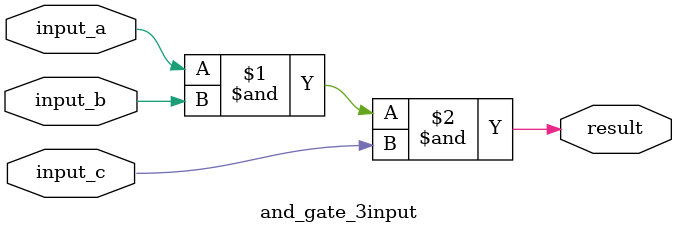
<source format=sv>
module multi_route_xnor1 (
    input  wire A, B, C,
    output wire Y
);
    wire xnor_ab, xnor_bc, xnor_ac;
    
    // Instantiate XNOR submodules
    xnor_gate xnor_gate_ab (
        .input_a(A),
        .input_b(B),
        .result(xnor_ab)
    );
    
    xnor_gate xnor_gate_bc (
        .input_a(B),
        .input_b(C),
        .result(xnor_bc)
    );
    
    xnor_gate xnor_gate_ac (
        .input_a(A),
        .input_b(C),
        .result(xnor_ac)
    );
    
    // Instantiate AND module to combine results
    and_gate_3input and_gate_final (
        .input_a(xnor_ab),
        .input_b(xnor_bc),
        .input_c(xnor_ac),
        .result(Y)
    );
endmodule

// XNOR submodule
module xnor_gate (
    input  wire input_a, input_b,
    output wire result
);
    assign result = ~(input_a ^ input_b);
endmodule

// 3-input AND submodule
module and_gate_3input (
    input  wire input_a, input_b, input_c,
    output wire result
);
    assign result = input_a & input_b & input_c;
endmodule
</source>
